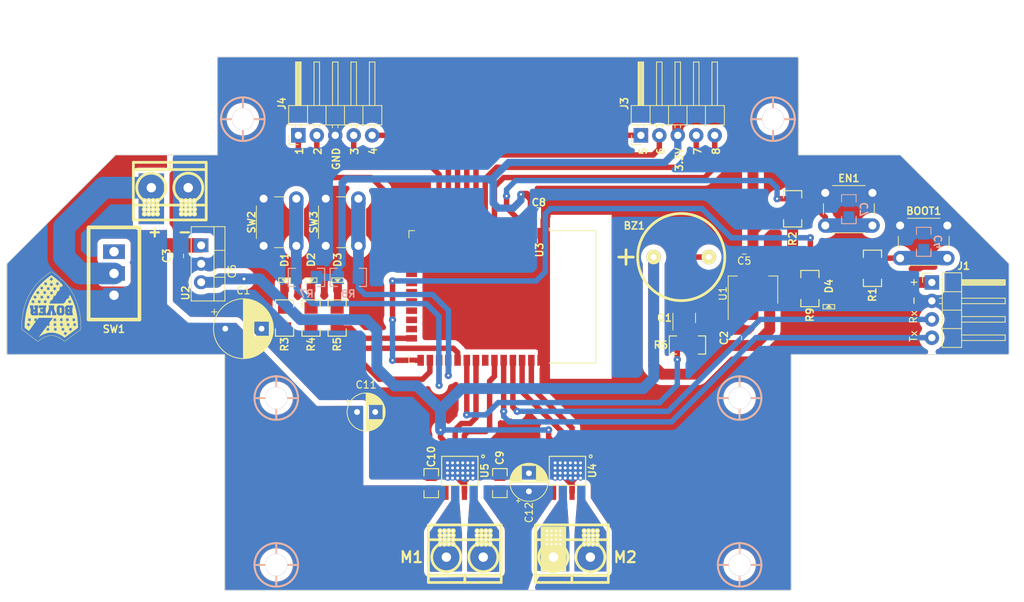
<source format=kicad_pcb>
(kicad_pcb (version 20221018) (generator pcbnew)
  (layers (0 "F.Cu" signal) (31 "B.Cu" signal) (34 "B.Paste" user) (35 "F.Paste" user) (36 "B.SilkS" user "B.Silkscreen") (37 "F.SilkS" user "F.Silkscreen") (38 "B.Mask" user) (39 "F.Mask" user) (44 "Edge.Cuts" user))
  (net 0 "")
  (net 1 "/VIN")
  (net 2 "GND")
  (net 3 "/Rx")
  (net 4 "/Tx")
  (net 5 "+3V3")
  (net 6 "/EN")
  (net 7 "/OUT_8")
  (net 8 "/OUT_7")
  (net 9 "/OUT_6")
  (net 10 "/OUT_5")
  (net 11 "/OUT_4")
  (net 12 "/OUT_3")
  (net 13 "/OUT_2")
  (net 14 "/OUT_1")
  (net 15 "+5V")
  (net 16 "/PUSH_1")
  (net 17 "/PUSH_2")
  (net 18 "/BUZZER")
  (net 19 "/M2A")
  (net 20 "/M2B")
  (net 21 "/M1A")
  (net 22 "/M1B")
  (net 23 "/LED_BUILTING")
  (net 24 "/BOOT")
  (net 25 "/LED_2")
  (net 26 "/LED_1")
  (net 27 "Net-(BZ1-+)")
  (net 28 "Net-(D1-A)")
  (net 29 "Net-(D2-A)")
  (net 30 "Net-(D3-A)")
  (net 31 "VCC")
  (net 32 "Net-(U5-OUT1)")
  (net 33 "Net-(U5-OUT2)")
  (net 34 "Net-(U4-OUT2)")
  (net 35 "Net-(U4-OUT1)")
  (net 48 "Net-(D4-A)")
  (footprint "EESTN5-v2:BORNERA2_AZUL_VIAS" (layer "F.Cu") (at 142.34 140.33)
    (fp_text reference "J6" hide)
    (fp_text value "M1")
  )
  (footprint "EESTN5-v2:SW_SPDT_TH_Vertical" (layer "F.Cu") (at 94.0425 101.239 180)
    (fp_text reference "SW1")
    (fp_text value "SW_SPST" hide)
  )
  (footprint "EESTN5-v2:Led_0805" (layer "F.Cu") (at 117.5225 102.16 -90)
    (fp_text reference "D1")
    (fp_text value "LED" hide)
  )
  (footprint "EESTN5-v2:hole_3mm" (layer "F.Cu") (at 116.3825 118.41 -90)
    (fp_text reference "H1" hide)
    (fp_text value "Mounting_Hole" hide)
  )
  (footprint "EESTN5-v2:Led_0805" (layer "F.Cu") (at 124.8225 102.16 -90)
    (fp_text reference "D3")
    (fp_text value "LED" hide)
  )
  (footprint "RF_Module:ESP32-WROOM-32D" (layer "F.Cu") (at 144.52375 104.455 -90)
    (fp_text reference "U3")
    (fp_text value "ESP32-WROOM-32")
  )
  (footprint "EESTN5-v2:Led_0805" (layer "F.Cu") (at 192.47 105.82602 90)
    (fp_text reference "D4")
    (fp_text value "LED" hide)
  )
  (footprint "EESTN5-v2:C_0805" (layer "F.Cu") (at 137.72 130.14 -90)
    (fp_text reference "C10")
    (fp_text value "100nF" hide)
  )
  (footprint "Capacitor_SMD:C_0805_2012Metric_Pad1.18x1.45mm_HandSolder" (layer "F.Cu") (at 108.6425 100.9475 90)
    (fp_text reference "C6")
    (fp_text value "1uF")
  )
  (footprint "Package_TO_SOT_SMD:SOT-223-3_TabPin2" (layer "F.Cu") (at 182.02 103.5 90)
    (fp_text reference "U1")
    (fp_text value "AMS1117-3.3")
  )
  (footprint "Capacitor_SMD:C_0805_2012Metric_Pad1.18x1.45mm_HandSolder" (layer "F.Cu") (at 152.54125 92.92625 180)
    (fp_text reference "C8")
    (fp_text value "1uF")
  )
  (footprint "Button_Switch_THT:SW_PUSH_6mm_H5mm" (layer "F.Cu") (at 191.9725 90.131)
    (fp_text reference "EN1")
    (fp_text value "SW_Push")
  )
  (footprint "Connector_PinHeader_2.54mm:PinHeader_1x05_P2.54mm_Horizontal" (layer "F.Cu") (at 166.58625 82.205 90)
    (fp_text reference "J3")
    (fp_text value "Conn_01x05_Pin")
  )
  (footprint "Button_Switch_THT:SW_PUSH_6mm_H5mm" (layer "F.Cu") (at 202.28125 94.631)
    (fp_text reference "BOOT1")
    (fp_text value "SW_Push")
  )
  (footprint "Button_Switch_THT:SW_PUSH_6mm_H5mm" (layer "F.Cu") (at 114.6425 97.43 90)
    (fp_text reference "SW2")
    (fp_text value "STRATEGY")
  )
  (footprint "EESTN5-v2:R_1206" (layer "F.Cu") (at 187.4825 92.33 90)
    (fp_text reference "R2")
    (fp_text value "10K" hide)
  )
  (footprint "Capacitor_THT:CP_Radial_D5.0mm_P2.50mm" (layer "F.Cu") (at 127.504888 120.33)
    (fp_text reference "C11")
    (fp_text value "100uF 35V")
  )
  (footprint "Capacitor_SMD:C_0805_2012Metric_Pad1.18x1.45mm_HandSolder" (layer "F.Cu") (at 102.88 98.815 -90)
    (fp_text reference "C3")
    (fp_text value "1uF")
  )
  (footprint "Connector_PinHeader_2.54mm:PinHeader_1x05_P2.54mm_Horizontal" (layer "F.Cu") (at 119.42125 82.205 90)
    (fp_text reference "J4")
    (fp_text value "Conn_01x05_Pin")
  )
  (footprint "EESTN5-v2:hole_3mm" (layer "F.Cu") (at 180.17885 118.41 -90)
    (fp_text reference "H2" hide)
    (fp_text value "Mounting_Hole" hide)
  )
  (footprint "EESTN5-v2:R_1206" (layer "F.Cu") (at 173 111.1 180)
    (fp_text reference "R6")
    (fp_text value "10K" hide)
  )
  (footprint "EESTN5-v2:BORNERA2_AZUL_VIAS" (layer "F.Cu") (at 101.72 89.42 180)
    (fp_text reference "J2" hide)
    (fp_text value "+  -")
  )
  (footprint "EESTN5-v2:R_1206" (layer "F.Cu") (at 198.4725 100.528 90)
    (fp_text reference "R1")
    (fp_text value "1OK" hide)
  )
  (footprint "EESTN5-v2:R_1206" (layer "F.Cu") (at 117.5225 107.381 -90)
    (fp_text reference "R3")
    (fp_text value "220" hide)
  )
  (footprint "EESTN5-v2:bover" (layer "F.Cu") (at 85.35 105.8 180)
    (fp_text reference "G***" hide)
    (fp_text value "LOGO" hide)
  )
  (footprint "EESTN5-v2:hole_3mm" (layer "F.Cu") (at 184.78125 79.98 -90)
    (fp_text reference "H5" hide)
    (fp_text value "Mounting_Hole" hide)
  )
  (footprint "EESTN5-v2:SSOP-8_disipa" (layer "F.Cu") (at 156.475 128.44 180)
    (fp_text reference "U4")
    (fp_text value "TB67H451AFNG" hide)
  )
  (footprint "Capacitor_SMD:C_0805_2012Metric_Pad1.18x1.45mm_HandSolder" (layer "F.Cu") (at 179.72 110.13 90)
    (fp_text reference "C2")
    (fp_text value "1uF")
  )
  (footprint "EESTN5-v2:BORNERA2_AZUL_VIAS" (layer "F.Cu") (at 157.083321 140.33)
    (fp_text reference "J5" hide)
    (fp_text value "M2")
  )
  (footprint "EESTN5-v2:hole_3mm" (layer "F.Cu") (at 116.3825 141.4 -90)
    (fp_text reference "H4" hide)
    (fp_text value "Mounting_Hole" hide)
  )
  (footprint "EESTN5-v2:hole_3mm" (layer "F.Cu") (at 180.17885 141.4 -90)
    (fp_text reference "H3" hide)
    (fp_text value "Mounting_Hole" hide)
  )
  (footprint "EESTN5-v2:Buzzer_12mm" (layer "F.Cu") (at 172.1425 98.98 180)
    (fp_text reference "BZ1")
    (fp_text value "Buzzer" hide)
  )
  (footprint "Package_TO_SOT_SMD:SOT-23" (layer "F.Cu") (at 172.553 107.36 90)
    (fp_text reference "Q1")
    (fp_text value "2N7002")
  )
  (footprint "Capacitor_THT:CP_Radial_D5.0mm_P2.50mm" (layer "F.Cu") (at 151.17 131.27 90)
    (fp_text reference "C12")
    (fp_text value "100uF 35V")
  )
  (footprint "Connector_PinHeader_2.54mm:PinHeader_1x04_P2.54mm_Horizontal" (layer "F.Cu") (at 206.65 102.48)
    (fp_text reference "J1")
    (fp_text value "FTDI")
  )
  (footprint "EESTN5-v2:C_0805" (layer "F.Cu") (at 147.17 130.13 -90)
    (fp_text reference "C9")
    (fp_text value "100nF" hide)
  )
  (footprint "EESTN5-v2:R_1206" (layer "F.Cu") (at 189.86 103.322 90)
    (fp_text reference "R9")
    (fp_text value "220" hide)
  )
  (footprint "EESTN5-v2:R_1206" (layer "F.Cu") (at 121.1725 107.381 -90)
    (fp_text reference "R4")
    (fp_text value "220" hide)
  )
  (footprint "Package_TO_SOT_THT:TO-220-3_Vertical" (layer "F.Cu") (at 106.0425 97.37 -90)
    (fp_text reference "U2")
    (fp_text value "LM7805_TO220")
  )
  (footprint "EESTN5-v2:Led_0805" (layer "F.Cu") (at 121.1725 102.16 -90)
    (fp_text reference "D2")
    (fp_text value "LED" hide)
  )
  (footprint "EESTN5-v2:SSOP-8_disipa" (layer "F.Cu") (at 141.655 128.44 180)
    (fp_text reference "U5")
    (fp_text value "TB67H451AFNG" hide)
  )
  (footprint "EESTN5-v2:R_1206" (layer "F.Cu") (at 124.7625 107.381 -90)
    (fp_text reference "R5")
    (fp_text value "220" hide)
  )
  (footprint "Capacitor_THT:CP_Radial_D8.0mm_P5.00mm" (layer "F.Cu") (at 109.36 108.85)
    (fp_text reference "C1")
    (fp_text value "100uF 35V")
  )
  (footprint "Button_Switch_THT:SW_PUSH_6mm_H5mm" (layer "F.Cu") (at 123.1925 97.43 90)
    (fp_text reference "SW3")
    (fp_text value "START")
  )
  (footprint "EESTN5-v2:hole_3mm" (layer "F.Cu") (at 111.78125 79.98 -90)
    (fp_text reference "H6" hide)
    (fp_text value "Mounting_Hole" hide)
  )
  (footprint "Capacitor_SMD:C_0805_2012Metric_Pad1.18x1.45mm_HandSolder" (layer "F.Cu") (at 180.8125 97.83 180)
    (fp_text reference "C5")
    (fp_text value "1uF")
  )
  (footprint "EESTN5-v2:C_0805" (layer "B.Cu") (at 195.2225 92.37525 90)
    (fp_text reference "C7")
    (fp_text value "1n" hide)
  )
  (footprint "EESTN5-v2:C_0805" (layer "B.Cu") (at 205.53125 96.87525 90)
    (fp_text reference "C4")
    (fp_text value "1n" hide)
  )
  (footprint "EESTN5-v2:R_1206" (layer "B.Cu") (at 126.2955 101.78 180)
    (fp_text reference "R8")
    (fp_text value "4K7" hide)
  )
  (footprint "EESTN5-v2:R_1206" (layer "B.Cu") (at 120.5395 101.78)
    (fp_text reference "R7")
    (fp_text value "4K7" hide)
  )
  (gr_line (start 187.28125 144.905) (end 187.28125 112.405) (stroke (width 0.1)) (layer "Edge.Cuts"))
  (gr_line (start 79.28125 99.905) (end 79.28125 112.405) (stroke (width 0.1)) (layer "Edge.Cuts"))
  (gr_line (start 217.28125 112.405) (end 217.28125 99.905) (stroke (width 0.1)) (layer "Edge.Cuts"))
  (gr_line (start 108.28125 71.405) (end 108.28125 84.905) (stroke (width 0.1)) (layer "Edge.Cuts"))
  (gr_line (start 187.28125 112.405) (end 217.28125 112.405) (stroke (width 0.1)) (layer "Edge.Cuts"))
  (gr_line (start 109.28125 112.405) (end 109.28125 144.905) (stroke (width 0.1)) (layer "Edge.Cuts"))
  (gr_line (start 94.28125 84.905) (end 79.28125 99.905) (stroke (width 0.1)) (layer "Edge.Cuts"))
  (gr_line (start 188.28125 84.905) (end 188.28125 71.405) (stroke (width 0.1)) (layer "Edge.Cuts"))
  (gr_line (start 202.28125 84.905) (end 188.28125 84.905) (stroke (width 0.1)) (layer "Edge.Cuts"))
  (gr_line (start 217.28125 99.905) (end 202.28125 84.905) (stroke (width 0.1)) (layer "Edge.Cuts"))
  (gr_line (start 188.28125 71.405) (end 108.28125 71.405) (stroke (width 0.1)) (layer "Edge.Cuts"))
  (gr_line (start 79.28125 112.405) (end 109.28125 112.405) (stroke (width 0.1)) (layer "Edge.Cuts"))
  (gr_line (start 109.28125 144.905) (end 187.28125 144.905) (stroke (width 0.1)) (layer "Edge.Cuts"))
  (gr_line (start 108.28125 84.905) (end 94.28125 84.905) (stroke (width 0.1)) (layer "Edge.Cuts"))
  (gr_text "8\n" (at 177.53 85 90) (layer "F.SilkS") (effects (font (size 1 1) (thickness 0.2) bold) (justify left bottom)))
  (gr_text "Rx\n" (at 204.7 108.2475 90) (layer "F.SilkS") (effects (font (size 1 1)) (justify left bottom)))
  (gr_text "Tx\n" (at 204.7 110.7875 90) (layer "F.SilkS") (effects (font (size 1 1)) (justify left bottom)))
  (gr_text "GND\n" (at 125.22 87.095238 90) (layer "F.SilkS") (effects (font (size 1 1) (thickness 0.2) bold) (justify left bottom)))
  (gr_text "2" (at 122.68 85 90) (layer "F.SilkS") (effects (font (size 1 1) (thickness 0.2) bold) (justify left bottom)))
  (gr_text "1" (at 120.14 85 90) (layer "F.SilkS") (effects (font (size 1 1) (thickness 0.2) bold) (justify left bottom)))
  (gr_text "3\n" (at 127.76 85 90) (layer "F.SilkS") (effects (font (size 1 1) (thickness 0.2) bold) (justify left bottom)))
  (gr_text "6\n" (at 169.91 85 90) (layer "F.SilkS") (effects (font (size 1 1) (thickness 0.2) bold) (justify left bottom)))
  (gr_text "4\n" (at 130.3 85 90) (layer "F.SilkS") (effects (font (size 1 1) (thickness 0.2) bold) (justify left bottom)))
  (gr_text "3.3V\n" (at 172.45 87.285714 90) (layer "F.SilkS") (effects (font (size 1 1) (thickness 0.2) bold) (justify left bottom)))
  (gr_text "+" (at 204.7 103.1675 90) (layer "F.SilkS") (effects (font (size 1 1)) (justify left bottom)))
  (gr_text "-\n" (at 204.7 105.7075 90) (layer "F.SilkS") (effects (font (size 1 1)) (justify left bottom)))
  (gr_text "7\n" (at 174.99 85 90) (layer "F.SilkS") (effects (font (size 1 1) (thickness 0.2) bold) (justify left bottom)))
  (gr_text "5\n" (at 167.4925 85 90) (layer "F.SilkS") (effects (font (size 1 1) (thickness 0.2) bold) (justify left bottom)))
  (segment (start 87.18 98.99) (end 87.18 94.834678) (width 3) (layer "B.Cu") (net 1))
  (segment (start 94.0425 101.239) (end 89.429 101.239) (width 3) (layer "B.Cu") (net 1))
  (segment (start 92.594678 89.42) (end 99.18 89.42) (width 3) (layer "B.Cu") (net 1))
  (segment (start 89.429 101.239) (end 87.18 98.99) (width 3) (layer "B.Cu") (net 1))
  (segment (start 87.18 94.834678) (end 92.594678 89.42) (width 3) (layer "B.Cu") (net 1))
  (segment (start 157.7525 127.34) (end 157.575 127.34) (width 0.75) (layer "F.Cu") (net 2))
  (segment (start 137.09625 98.745) (end 141.30625 102.955) (width 0.75) (layer "F.Cu") (net 2))
  (segment (start 158.38 126.7125) (end 157.7525 127.34) (width 0.75) (layer "F.Cu") (net 2))
  (segment (start 152.77375 105.4225) (end 150.30625 102.955) (width 0.75) (layer "F.Cu") (net 2))
  (segment (start 157.11 129.905) (end 157.575 129.44) (width 0.75) (layer "F.Cu") (net 2))
  (segment (start 152.77375 113.205) (end 152.77375 105.4225) (width 0.75) (layer "F.Cu") (net 2))
  (segment (start 158.38 125.44) (end 158.38 126.7125) (width 0.75) (layer "F.Cu") (net 2))
  (segment (start 157.11 131.44) (end 157.11 130.375) (width 0.75) (layer "F.Cu") (net 2))
  (segment (start 142.29 130.375) (end 141.355 129.44) (width 0.75) (layer "F.Cu") (net 2))
  (segment (start 142.29 131.44) (end 142.29 129.905) (width 0.75) (layer "F.Cu") (net 2))
  (segment (start 142.29 129.905) (end 142.755 129.44) (width 0.75) (layer "F.Cu") (net 2))
  (segment (start 152.77375 95.705) (end 152.77375 100.4125) (width 0.75) (layer "F.Cu") (net 2))
  (segment (start 150.23125 102.955) (end 145.05375 102.955) (width 0.75) (layer "F.Cu") (net 2))
  (segment (start 135.01375 98.745) (end 133.125 98.745) (width 0.75) (layer "F.Cu") (net 2))
  (segment (start 141.30625 102.955) (end 145.05375 102.955) (width 0.75) (layer "F.Cu") (net 2))
  (segment (start 135.01375 98.745) (end 137.09625 98.745) (width 0.75) (layer "F.Cu") (net 2))
  (segment (start 133.125 98.745) (end 132.7725 98.3925) (width 0.75) (layer "F.Cu") (net 2))
  (segment (start 157.11 130.375) (end 156.175 129.44) (width 0.75) (layer "F.Cu") (net 2))
  (segment (start 150.30625 102.955) (end 145.05375 102.955) (width 0.75) (layer "F.Cu") (net 2))
  (segment (start 152.77375 100.4125) (end 150.23125 102.955) (width 0.75) (layer "F.Cu") (net 2))
  (segment (start 157.11 131.44) (end 157.11 129.905) (width 0.75) (layer "F.Cu") (net 2))
  (segment (start 142.29 131.44) (end 142.29 130.375) (width 0.75) (layer "F.Cu") (net 2))
  (segment (start 198.4725 90.131) (end 191.9725 90.131) (width 2) (layer "B.Cu") (net 2))
  (segment (start 208.78125 94.631) (end 202.28125 94.631) (width 2) (layer "B.Cu") (net 2))
  (segment (start 148.96375 119.65825) (end 149.54 120.2345) (width 0.75) (layer "F.Cu") (net 3))
  (segment (start 148.96375 113.205) (end 148.96375 119.65825) (width 0.75) (layer "F.Cu") (net 3))
  (via (at 149.54 120.2345) (size 1) (drill 0.3) (layers "F.Cu" "B.Cu") (net 3))
  (segment (start 183.01 107.57) (end 206.64 107.57) (width 0.75) (layer "B.Cu") (net 3))
  (segment (start 206.64 107.57) (end 206.65 107.56) (width 0.75) (layer "B.Cu") (net 3))
  (segment (start 149.54 120.2345) (end 170.3455 120.2345) (width 0.75) (layer "B.Cu") (net 3))
  (segment (start 170.3455 120.2345) (end 183.01 107.57) (width 0.75) (layer "B.Cu") (net 3))
  (segment (start 147.69375 113.205) (end 147.69375 120.25) (width 0.75) (layer "F.Cu") (net 4))
  (via (at 147.69375 120.25) (size 1) (drill 0.3) (layers "F.Cu" "B.Cu") (net 4))
  (segment (start 182.4 110.09) (end 170.8 121.69) (width 0.75) (layer "B.Cu") (net 4))
  (segment (start 206.65 110.1) (end 206.64 110.09) (width 0.75) (layer "B.Cu") (net 4))
  (segment (start 206.64 110.09) (end 182.4 110.09) (width 0.75) (layer "B.Cu") (net 4))
  (segment (start 170.8 121.69) (end 148.45 121.69) (width 0.75) (layer "B.Cu") (net 4))
  (segment (start 147.69375 120.93375) (end 147.69375 120.25) (width 0.75) (layer "B.Cu") (net 4))
  (segment (start 148.45 121.69) (end 147.69375 120.93375) (width 0.75) (layer "B.Cu") (net 4))
  (segment (start 202.69 102.48) (end 206.65 102.48) (width 1.5) (layer "F.Cu") (net 5))
  (segment (start 188.4625 101.925) (end 189.86 101.925) (width 1.5) (layer "F.Cu") (net 5))
  (segment (start 182.02 100.35) (end 182.02 106.65) (width 1.5) (layer "F.Cu") (net 5))
  (segment (start 198.4725 101.925) (end 202.135 101.925) (width 1.5) (layer "F.Cu") (net 5))
  (segment (start 150.85 90.34) (end 151.50375 90.99375) (width 1) (layer "F.Cu") (net 5))
  (segment (start 182.02 81.14) (end 180.84 79.96) (width 1.5) (layer "F.Cu") (net 5))
  (segment (start 182.02 95.34) (end 183.633 93.727) (width 1.5) (layer "F.Cu") (net 5))
  (segment (start 151.50375 90.99375) (end 151.50375 95.705) (width 1) (layer "F.Cu") (net 5))
  (segment (start 171.66625 80.90375) (end 171.66625 82.205) (width 1.5) (layer "F.Cu") (net 5))
  (segment (start 202.135 101.925) (end 202.69 102.48) (width 1.5) (layer "F.Cu") (net 5))
  (segment (start 182.02 96.74) (end 182.02 95.34) (width 1.5) (layer "F.Cu") (net 5))
  (segment (start 180.84 79.96) (end 172.61 79.96) (width 1.5) (layer "F.Cu") (net 5))
  (segment (start 187.4825 100.945) (end 188.4625 101.925) (width 1.5) (layer "F.Cu") (net 5))
  (segment (start 187.4825 93.727) (end 187.4825 100.945) (width 1.5) (layer "F.Cu") (net 5))
  (segment (start 183.633 93.727) (end 187.4825 93.727) (width 1.5) (layer "F.Cu") (net 5))
  (segment (start 172.61 79.96) (end 171.66625 80.90375) (width 1.5) (layer "F.Cu") (net 5))
  (segment (start 182.02 100.35) (end 182.02 96.74) (width 1.5) (layer "F.Cu") (net 5))
  (segment (start 189.86 101.925) (end 198.4725 101.925) (width 1.5) (layer "F.Cu") (net 5))
  (segment (start 182.02 96.74) (end 182.02 81.14) (width 1.5) (layer "F.Cu") (net 5))
  (segment (start 150.07 90.34) (end 150.85 90.34) (width 1) (layer "F.Cu") (net 5))
  (via (at 150.07 90.34) (size 1) (drill 0.3) (layers "F.Cu" "B.Cu") (net 5))
  (segment (start 145.6875 88.21) (end 125.98 88.21) (width 1) (layer "B.Cu") (net 5))
  (segment (start 124.8985 100.454) (end 124.8985 101.78) (width 1) (layer "B.Cu") (net 5))
  (segment (start 146.95 92.23) (end 146.2425 91.5225) (width 1) (layer "B.Cu") (net 5))
  (segment (start 125.4425 88.7475) (end 125.4425 99.91) (width 1) (layer "B.Cu") (net 5))
  (segment (start 148.38 85.94) (end 169.88 85.94) (width 1) (layer "B.Cu") (net 5))
  (segment (start 171.66625 84.15375) (end 171.66625 82.205) (width 1) (layer "B.Cu") (net 5))
  (segment (start 150.07 90.34) (end 150.07 91.17) (width 1) (layer "B.Cu") (net 5))
  (segment (start 146.2425 91.5225) (end 146.2425 88.765) (width 1) (layer "B.Cu") (net 5))
  (segment (start 146.2425 88.765) (end 145.6875 88.21) (width 1) (layer "B.Cu") (net 5))
  (segment (start 169.88 85.94) (end 171.66625 84.15375) (width 1) (layer "B.Cu") (net 5))
  (segment (start 149.01 92.23) (end 146.95 92.23) (width 1) (layer "B.Cu") (net 5))
  (segment (start 146.2425 88.765) (end 146.2425 88.0775) (width 1) (layer "B.Cu") (net 5))
  (segment (start 150.07 91.17) (end 149.01 92.23) (width 1) (layer "B.Cu") (net 5))
  (segment (start 121.9365 101.78) (end 124.8985 101.78) (width 1) (layer "B.Cu") (net 5))
  (segment (start 125.98 88.21) (end 125.4425 88.7475) (width 1) (layer "B.Cu") (net 5))
  (segment (start 125.4425 99.91) (end 124.8985 100.454) (width 1) (layer "B.Cu") (net 5))
  (segment (start 146.2425 88.0775) (end 148.38 85.94) (width 1) (layer "B.Cu") (net 5))
  (segment (start 189.423 90.933) (end 191.9725 93.4825) (width 0.75) (layer "F.Cu") (net 6))
  (segment (start 191.9725 93.4825) (end 191.9725 94.631) (width 0.75) (layer "F.Cu") (net 6))
  (segment (start 150.23375 94.30375) (end 150.23375 95.705) (width 0.75) (layer "F.Cu") (net 6))
  (segment (start 185.34 90.94) (end 187.4755 90.94) (width 0.75) (layer "F.Cu") (net 6))
  (segment (start 148.09 90.57) (end 148.09 92.16) (width 0.75) (layer "F.Cu") (net 6))
  (segment (start 148.09 92.16) (end 150.23375 94.30375) (width 0.75) (layer "F.Cu") (net 6))
  (segment (start 187.4825 90.933) (end 189.423 90.933) (width 0.75) (layer "F.Cu") (net 6))
  (segment (start 187.4755 90.94) (end 187.4825 90.933) (width 0.75) (layer "F.Cu") (net 6))
  (via (at 148.09 90.57) (size 1) (drill 0.3) (layers "F.Cu" "B.Cu") (net 6))
  (via (at 185.34 90.94) (size 1) (drill 0.3) (layers "F.Cu" "B.Cu") (net 6))
  (segment (start 148.09 90.57) (end 148.09 89.68) (width 0.75) (layer "B.Cu") (net 6))
  (segment (start 198.4725 94.631) (end 191.9725 94.631) (width 2) (layer "B.Cu") (net 6))
  (segment (start 149.335 88.435) (end 184.3475 88.435) (width 0.75) (layer "B.Cu") (net 6))
  (segment (start 185.34 89.4275) (end 185.34 90.94) (width 0.75) (layer "B.Cu") (net 6))
  (segment (start 148.09 89.68) (end 149.335 88.435) (width 0.75) (layer "B.Cu") (net 6))
  (segment (start 184.3475 88.435) (end 185.34 89.4275) (width 0.75) (layer "B.Cu") (net 6))
  (segment (start 135.01375 100.015) (end 132.205 100.015) (width 0.75) (layer "F.Cu") (net 7))
  (segment (start 131.12 98.93) (end 131.12 89.6855) (width 0.75) (layer "F.Cu") (net 7))
  (segment (start 131.12 89.6855) (end 129.4545 88.02) (width 0.75) (layer "F.Cu") (net 7))
  (segment (start 121.6025 88.02) (end 119.42125 85.83875) (width 0.75) (layer "F.Cu") (net 7))
  (segment (start 119.42125 85.83875) (end 119.42125 82.205) (width 0.75) (layer "F.Cu") (net 7))
  (segment (start 132.205 100.015) (end 131.12 98.93) (width 0.75) (layer "F.Cu") (net 7))
  (segment (start 129.4545 88.02) (end 121.6025 88.02) (width 0.75) (layer "F.Cu") (net 7))
  (segment (start 123.5665 86.61) (end 121.96125 85.00475) (width 0.75) (layer "F.Cu") (net 8))
  (segment (start 121.96125 85.00475) (end 121.96125 82.205) (width 0.75) (layer "F.Cu") (net 8))
  (segment (start 137.804 86.61) (end 123.5665 86.61) (width 0.75) (layer "F.Cu") (net 8))
  (segment (start 138.80375 95.705) (end 138.80375 87.60975) (width 0.75) (layer "F.Cu") (net 8))
  (segment (start 138.80375 87.60975) (end 137.804 86.61) (width 0.75) (layer "F.Cu") (net 8))
  (segment (start 127.95475 84.91) (end 138.822 84.91) (width 0.75) (layer "F.Cu") (net 9))
  (segment (start 140.07375 86.16175) (end 140.07375 95.705) (width 0.75) (layer "F.Cu") (net 9))
  (segment (start 138.822 84.91) (end 140.07375 86.16175) (width 0.75) (layer "F.Cu") (net 9))
  (segment (start 127.04125 83.9965) (end 127.95475 84.91) (width 0.75) (layer "F.Cu") (net 9))
  (segment (start 127.04125 82.205) (end 127.04125 83.9965) (width 0.75) (layer "F.Cu") (net 9))
  (segment (start 141.34375 95.705) (end 141.34375 83.96375) (width 0.75) (layer "F.Cu") (net 10))
  (segment (start 141.34375 83.96375) (end 139.585 82.205) (width 0.75) (layer "F.Cu") (net 10))
  (segment (start 139.585 82.205) (end 129.58125 82.205) (width 0.75) (layer "F.Cu") (net 10))
  (segment (start 142.61375 95.705) (end 142.61375 84.03625) (width 0.75) (layer "F.Cu") (net 11))
  (segment (start 142.61375 84.03625) (end 144.445 82.205) (width 0.75) (layer "F.Cu") (net 11))
  (segment (start 144.445 82.205) (end 166.58625 82.205) (width 0.75) (layer "F.Cu") (net 11))
  (segment (start 143.88375 86.09625) (end 145.07 84.91) (width 0.75) (layer "F.Cu") (net 12))
  (segment (start 169.12625 84.0625) (end 169.12625 82.205) (width 0.75) (layer "F.Cu") (net 12))
  (segment (start 168.27875 84.91) (end 169.12625 84.0625) (width 0.75) (layer "F.Cu") (net 12))
  (segment (start 143.88375 95.705) (end 143.88375 86.09625) (width 0.75) (layer "F.Cu") (net 12))
  (segment (start 145.07 84.91) (end 168.27875 84.91) (width 0.75) (layer "F.Cu") (net 12))
  (segment (start 174.20625 82.205) (end 174.20625 85.2825) (width 0.75) (layer "F.Cu") (net 13))
  (segment (start 174.20625 85.2825) (end 172.87875 86.61) (width 0.75) (layer "F.Cu") (net 13))
  (segment (start 172.87875 86.61) (end 146.73 86.61) (width 0.75) (layer "F.Cu") (net 13))
  (segment (start 145.15375 88.18625) (end 145.15375 95.705) (width 0.75) (layer "F.Cu") (net 13))
  (segment (start 146.73 86.61) (end 145.15375 88.18625) (width 0.75) (layer "F.Cu") (net 13))
  (segment (start 176.74625 86.6425) (end 176.74625 82.205) (width 0.75) (layer "F.Cu") (net 14))
  (segment (start 146.42375 89.29625) (end 147.7 88.02) (width 0.75) (layer "F.Cu") (net 14))
  (segment (start 146.42375 95.705) (end 146.42375 89.29625) (width 0.75) (layer "F.Cu") (net 14))
  (segment (start 147.7 88.02) (end 175.36875 88.02) (width 0.75) (layer "F.Cu") (net 14))
  (segment (start 175.36875 88.02) (end 176.74625 86.6425) (width 0.75) (layer "F.Cu") (net 14))
  (segment (start 168.3425 113.9825) (end 169.48 115.12) (width 1.5) (layer "F.Cu") (net 15))
  (segment (start 106.0425 102.45) (end 108.1775 102.45) (width 1.5) (layer "F.Cu") (net 15))
  (segment (start 139.000002 123.820002) (end 139.000002 122.8) (width 0.75) (layer "F.Cu") (net 15))
  (segment (start 179.72 111.1675) (end 182.1825 111.1675) (width 1.5) (layer "F.Cu") (net 15))
  (segment (start 139.75 124.57) (end 139.000002 123.820002) (width 0.75) (layer "F.Cu") (net 15))
  (segment (start 139.75 125.44) (end 139.75 124.57) (width 0.75) (layer "F.Cu") (net 15))
  (segment (start 169.48 115.12) (end 174.44 115.12) (width 1.5) (layer "F.Cu") (net 15))
  (segment (start 153.88 123.83) (end 153.88 122.805) (width 0.75) (layer "F.Cu") (net 15))
  (segment (start 168.3425 98.98) (end 168.3425 113.9825) (width 1.5) (layer "F.Cu") (net 15))
  (segment (start 154.57 125.44) (end 154.57 124.52) (width 0.75) (layer "F.Cu") (net 15))
  (segment (start 182.1825 111.1675) (end 184.32 109.03) (width 1.5) (layer "F.Cu") (net 15))
  (segment (start 108.6425 101.985) (end 111.935 101.985) (width 1.5) (layer "F.Cu") (net 15))
  (segment (start 184.32 109.03) (end 184.32 106.65) (width 1.5) (layer "F.Cu") (net 15))
  (segment (start 108.1775 102.45) (end 108.6425 101.985) (width 1.5) (layer "F.Cu") (net 15))
  (segment (start 154.57 124.52) (end 153.88 123.83) (width 0.75) (layer "F.Cu") (net 15))
  (segment (start 111.935 101.985) (end 111.94 101.99) (width 1.5) (layer "F.Cu") (net 15))
  (segment (start 178.3925 111.1675) (end 179.72 111.1675) (width 1.5) (layer "F.Cu") (net 15))
  (segment (start 174.44 115.12) (end 178.3925 111.1675) (width 1.5) (layer "F.Cu") (net 15))
  (via (at 111.94 101.99) (size 1.5) (drill 0.4) (layers "F.Cu" "B.Cu") (net 15))
  (via (at 139.000002 122.8) (size 1) (drill 0.3) (layers "F.Cu" "B.Cu") (net 15))
  (via (at 153.88 122.805) (size 1) (drill 0.3) (layers "F.Cu" "B.Cu") (net 15))
  (segment (start 130.23 109.07) (end 130.23 114.28) (width 1.5) (layer "B.Cu") (net 15))
  (segment (start 135.77 116.73) (end 139.000002 119.960002) (width 1.5) (layer "B.Cu") (net 15))
  (segment (start 168.3425 115.6575) (end 168.3425 98.98) (width 1.5) (layer "B.Cu") (net 15))
  (segment (start 132.68 116.73) (end 135.77 116.73) (width 1.5) (layer "B.Cu") (net 15))
  (segment (start 108.6 101.99) (end 111.94 101.99) (width 1.5) (layer "B.Cu") (net 15))
  (segment (start 111.94 101.99) (end 114.1 101.99) (width 1.5) (layer "B.Cu") (net 15))
  (segment (start 139.000002 122.8) (end 139.000002 119.979998) (width 1.5) (layer "B.Cu") (net 15))
  (segment (start 119.71 107.6) (end 128.76 107.6) (width 1.5) (layer "B.Cu") (net 15))
  (segment (start 139.000002 119.979998) (end 141.88 117.1) (width 1.5) (layer "B.Cu") (net 15))
  (segment (start 141.88 117.1) (end 166.9 117.1) (width 1.5) (layer "B.Cu") (net 15))
  (segment (start 166.9 117.1) (end 168.3425 115.6575) (width 1.5) (layer "B.Cu") (net 15))
  (segment (start 130.23 114.28) (end 132.68 116.73) (width 1.5) (layer "B.Cu") (net 15))
  (segment (start 108.14 102.45) (end 108.6 101.99) (width 1.5) (layer "B.Cu") (net 15))
  (segment (start 153.88 122.805) (end 139.005002 122.805) (width 0.75) (layer "B.Cu") (net 15))
  (segment (start 106.0425 102.45) (end 108.14 102.45) (width 1.5) (layer "B.Cu") (net 15))
  (segment (start 139.005002 122.805) (end 139.000002 122.8) (width 0.75) (layer "B.Cu") (net 15))
  (segment (start 139.000002 119.960002) (end 139.000002 119.979998) (width 1.5) (layer "B.Cu") (net 15))
  (segment (start 128.76 107.6) (end 130.23 109.07) (width 1.5) (layer "B.Cu") (net 15))
  (segment (start 114.1 101.99) (end 119.71 107.6) (width 1.5) (layer "B.Cu") (net 15))
  (segment (start 138.80375 113.205) (end 138.80375 116.61625) (width 0.75) (layer "F.Cu") (net 16))
  (segment (start 138.80375 116.61625) (end 138.77 116.65) (width 0.75) (layer "F.Cu") (net 16))
  (via (at 138.80375 116.65) (size 1) (drill 0.3) (layers "F.Cu" "B.Cu") (net 16))
  (segment (start 119.1425 103.2225) (end 121.32 105.4) (width 0.75) (layer "B.Cu") (net 16))
  (segment (start 119.1425 101.78) (end 119.1425 97.43) (width 1.5) (layer "B.Cu") (net 16))
  (segment (start 119.1425 101.78) (end 119.1425 103.2225) (width 0.75) (layer "B.Cu") (net 16))
  (segment (start 138.77 107.13) (end 138.77 116.65) (width 0.75) (layer "B.Cu") (net 16))
  (segment (start 137.04 105.4) (end 138.77 107.13) (width 0.75) (layer "B.Cu") (net 16))
  (segment (start 119.1425 90.93) (end 119.1425 97.43) (width 2) (layer "B.Cu") (net 16))
  (segment (start 121.32 105.4) (end 137.04 105.4) (width 0.75) (layer "B.Cu") (net 16))
  (segment (start 140.07375 113.205) (end 140.07375 115.29) (width 0.75) (layer "F.Cu") (net 17))
  (via (at 140.07375 115.29) (size 1) (drill 0.3) (layers "F.Cu" "B.Cu") (net 17))
  (segment (start 140.1 115.26375) (end 140.07375 115.29) (width 0.75) (layer "B.Cu") (net 17))
  (segment (start 127.6925 101.78) (end 127.6925 103.2225) (width 0.75) (layer "B.Cu") (net 17))
  (segment (start 127.6925 101.78) (end 127.6925 97.43) (width 1.5) (layer "B.Cu") (net 17))
  (segment (start 127.6925 90.93) (end 127.6925 97.43) (width 2) (layer "B.Cu") (net 17))
  (segment (start 127.6925 103.2225) (end 128.61 104.14) (width 0.75) (layer "B.Cu") (net 17))
  (segment (start 137.91 104.14) (end 140.1 106.33) (width 0.75) (layer "B.Cu") (net 17))
  (segment (start 140.1 106.33) (end 140.1 115.26375) (width 0.75) (layer "B.Cu") (net 17))
  (segment (start 128.61 104.14) (end 137.91 104.14) (width 0.75) (layer "B.Cu") (net 17))
  (segment (start 142.59 120.72) (end 142.61375 120.69625) (width 0.75) (layer "F.Cu") (net 18))
  (segment (start 171.603 111.1) (end 171.603 108.2975) (width 0.75) (layer "F.Cu") (net 18))
  (segment (start 142.61375 120.69625) (end 142.61375 113.205) (width 0.75) (layer "F.Cu") (net 18))
  (segment (start 171.603 113.1) (end 171.603 111.1) (width 0.75) (layer "F.Cu") (net 18))
  (via (at 171.603 113.1) (size 1) (drill 0.3) (layers "F.Cu" "B.Cu") (net 18))
  (via (at 142.59 120.72) (size 1) (drill 0.3) (layers "F.Cu" "B.Cu") (net 18))
  (segment (start 169.16 119.04) (end 171.603 116.597) (width 0.75) (layer "B.Cu") (net 18))
  (segment (start 171.603 116.597) (end 171.603 113.1) (width 0.75) (layer "B.Cu") (net 18))
  (segment (start 142.59 120.72) (end 145.24 120.72) (width 0.75) (layer "B.Cu") (net 18))
  (segment (start 146.92 119.04) (end 169.16 119.04) (width 0.75) (layer "B.Cu") (net 18))
  (segment (start 145.24 120.72) (end 146.92 119.04) (width 0.75) (layer "B.Cu") (net 18))
  (segment (start 155.84 123.17) (end 155.84 125.44) (width 0.75) (layer "F.Cu") (net 19))
  (segment (start 150.23375 117.56375) (end 155.84 123.17) (width 0.75) (layer "F.Cu") (net 19))
  (segment (start 150.23375 113.205) (end 150.23375 117.56375) (width 0.75) (layer "F.Cu") (net 19))
  (segment (start 151.50375 116.91375) (end 157.11 122.52) (width 0.75) (layer "F.Cu") (net 20))
  (segment (start 157.11 122.52) (end 157.11 125.44) (width 0.75) (layer "F.Cu") (net 20))
  (segment (start 151.50375 113.205) (end 151.50375 116.91375) (width 0.75) (layer "F.Cu") (net 20))
  (segment (start 141.02 122.755) (end 141.02 125.44) (width 0.75) (layer "F.Cu") (net 21))
  (segment (start 141.855 121.92) (end 141.02 122.755) (width 0.75) (layer "F.Cu") (net 21))
  (segment (start 143.88375 121.11625) (end 143.08 121.92) (width 0.75) (layer "F.Cu") (net 21))
  (segment (start 143.08 121.92) (end 141.855 121.92) (width 0.75) (layer "F.Cu") (net 21))
  (segment (start 143.88375 113.205) (end 143.88375 121.11625) (width 0.75) (layer "F.Cu") (net 21))
  (segment (start 142.29 123.53) (end 142.29 125.44) (width 0.75) (layer "F.Cu") (net 22))
  (segment (start 145.23 123.03) (end 142.79 123.03) (width 0.75) (layer "F.Cu") (net 22))
  (segment (start 145.76 116.0725) (end 145.76 122.5) (width 0.75) (layer "F.Cu") (net 22))
  (segment (start 146.42375 115.40875) (end 145.76 116.0725) (width 0.75) (layer "F.Cu") (net 22))
  (segment (start 146.42375 113.205) (end 146.42375 115.40875) (width 0.75) (layer "F.Cu") (net 22))
  (segment (start 145.76 122.5) (end 145.23 123.03) (width 0.75) (layer "F.Cu") (net 22))
  (segment (start 142.79 123.03) (end 142.29 123.53) (width 0.75) (layer "F.Cu") (net 22))
  (segment (start 128.0275 110.175) (end 135.01375 110.175) (width 0.75) (layer "F.Cu") (net 23))
  (segment (start 126.6305 108.778) (end 128.0275 110.175) (width 0.75) (layer "F.Cu") (net 23))
  (segment (start 124.7625 108.778) (end 126.6305 108.778) (width 0.75) (layer "F.Cu") (net 23))
  (segment (start 132.39 107.64) (end 132.39 102.27) (width 0.75) (layer "F.Cu") (net 24))
  (segment (start 190.931 99.131) (end 198.4725 99.131) (width 0.75) (layer "F.Cu") (net 24))
  (segment (start 189.92 96.32) (end 189.92 98.12) (width 0.75) (layer "F.Cu") (net 24))
  (segment (start 136.26375 113.205) (end 132.39 113.205) (width 0.75) (layer "F.Cu") (net 24))
  (segment (start 198.4725 99.131) (end 202.28125 99.131) (width 0.75) (layer "F.Cu") (net 24))
  (segment (start 189.92 98.12) (end 190.931 99.131) (width 0.75) (layer "F.Cu") (net 24))
  (via (at 132.39 107.64) (size 1) (drill 0.3) (layers "F.Cu" "B.Cu") (net 24))
  (via (at 132.39 113.205) (size 1) (drill 0.3) (layers "F.Cu" "B.Cu") (net 24))
  (via (at 189.92 96.32) (size 1) (drill 0.3) (layers "F.Cu" "B.Cu") (net 24))
  (via (at 132.39 102.27) (size 1) (drill 0.3) (layers "F.Cu" "B.Cu") (net 24))
  (segment (start 132.39 113.205) (end 132.39 107.64) (width 0.75) (layer "B.Cu") (net 24))
  (segment (start 175.0125 92.3) (end 154.14 92.3) (width 0.75) (layer "B.Cu") (net 24))
  (segment (start 152.17 102.27) (end 132.39 102.27) (width 0.75) (layer "B.Cu") (net 24))
  (segment (start 179.0325 96.32) (end 175.0125 92.3) (width 0.75) (layer "B.Cu") (net 24))
  (segment (start 153.42 93.02) (end 153.42 101.02) (width 0.75) (layer "B.Cu") (net 24))
  (segment (start 153.42 101.02) (end 152.17 102.27) (width 0.75) (layer "B.Cu") (net 24))
  (segment (start 208.78125 99.131) (end 202.28125 99.131) (width 2) (layer "B.Cu") (net 24))
  (segment (start 189.92 96.32) (end 179.0325 96.32) (width 0.75) (layer "B.Cu") (net 24))
  (segment (start 154.14 92.3) (end 153.42 93.02) (width 0.75) (layer "B.Cu") (net 24))
  (segment (start 123.13 113.49) (end 120.18 110.54) (width 0.75) (layer "F.Cu") (net 25))
  (segment (start 117.5225 109.7575) (end 117.5225 108.778) (width 0.75) (layer "F.Cu") (net 25))
  (segment (start 137.53375 114.80625) (end 136.53 115.81) (width 0.75) (layer "F.Cu") (net 25))
  (segment (start 130.5425 115.81) (end 128.2225 113.49) (width 0.75) (layer "F.Cu") (net 25))
  (segment (start 136.53 115.81) (end 130.5425 115.81) (width 0.75) (layer "F.Cu") (net 25))
  (segment (start 120.18 110.54) (end 118.305 110.54) (width 0.75) (layer "F.Cu") (net 25))
  (segment (start 128.2225 113.49) (end 123.13 113.49) (width 0.75) (layer "F.Cu") (net 25))
  (segment (start 137.53375 113.205) (end 137.53375 114.80625) (width 0.75) (layer "F.Cu") (net 25))
  (segment (start 118.305 110.54) (end 117.5225 109.7575) (width 0.75) (layer "F.Cu") (net 25))
  (segment (start 126.3901 111.5501) (end 125.655 110.815) (width 0.75) (layer "F.Cu") (net 26))
  (segment (start 122.18 110.815) (end 121.1725 109.8075) (width 0.75) (layer "F.Cu") (net 26))
  (segment (start 121.1725 109.8075) (end 121.1725 108.778) (width 0.75) (layer "F.Cu") (net 26))
  (segment (start 141.34375 113.205) (end 141.34375 112.125) (width 0.75) (layer "F.Cu") (net 26))
  (segment (start 140.76885 111.5501) (end 126.3901 111.5501) (width 0.75) (layer "F.Cu") (net 26))
  (segment (start 125.655 110.815) (end 122.18 110.815) (width 0.75) (layer "F.Cu") (net 26))
  (segment (start 141.34375 112.125) (end 140.76885 111.5501) (width 0.75) (layer "F.Cu") (net 26))
  (segment (start 172.553 100.507) (end 174.08 98.98) (width 0.75) (layer "F.Cu") (net 27))
  (segment (start 174.08 98.98) (end 175.9425 98.98) (width 0.75) (layer "F.Cu") (net 27))
  (segment (start 172.553 106.4225) (end 172.553 100.507) (width 0.75) (layer "F.Cu") (net 27))
  (segment (start 117.5225 103.20902) (end 117.5225 105.984) (width 1) (layer "F.Cu") (net 28))
  (segment (start 121.1725 103.20902) (end 121.1725 105.984) (width 1) (layer "F.Cu") (net 29))
  (segment (start 124.8225 103.20902) (end 124.8225 106.013) (width 1) (layer "F.Cu") (net 30))
  (segment (start 124.8225 106.013) (end 124.7625 106.073) (width 1) (layer "F.Cu") (net 30))
  (segment (start 99.4325 98.17) (end 100.2325 97.37) (width 2) (layer "F.Cu") (net 31))
  (segment (start 96.911 104.239) (end 99.4325 101.7175) (width 2) (layer "F.Cu") (net 31))
  (segment (start 100.2325 97.37) (end 106.0425 97.37) (width 2) (layer "F.Cu") (net 31))
  (segment (start 99.4325 101.7175) (end 99.4325 98.17) (width 2) (layer "F.Cu") (net 31))
  (segment (start 94.0425 104.239) (end 96.911 104.239) (width 2) (layer "F.Cu") (net 31))
  (segment (start 192.412 104.719) (end 192.47 104.777) (width 1.5) (layer "F.Cu") (net 48))
  (segment (start 189.86 104.719) (end 192.412 104.719) (width 1.5) (layer "F.Cu") (net 48))
  (zone (net 32) (net_name "Net-(U5-OUT1)") (layers "F&B.Cu") (priority 3) (connect_pads yes (clearance 0.25)) (min_thickness 0.25) (fill yes (thermal_gap 0.25) (thermal_bridge_width 0.25))
    (polygon (pts (xy 141.57 130.44) (xy 141.58125 132.41125) (xy 141.96125 137.27125) (xy 141.96125 142.31125) (xy 137.52125 142.35125) (xy 137.52 136.87) (xy 140.47 132.5) (xy 140.46125 130.45125)))
  )
  (zone (net 31) (net_name "VCC") (layers "F&B.Cu") (priority 2) (connect_pads yes (clearance 0.8)) (min_thickness 0.25) (fill yes (thermal_gap 0.25) (thermal_bridge_width 0.25))
    (polygon (pts (xy 101.3425 83.48) (xy 93.3425 83.48) (xy 78.3425 98.48) (xy 78.3425 115.48) (xy 107.3425 115.48) (xy 107.3425 146.48) (xy 150.48 146.51) (xy 155.8925 130.44) (xy 128.3625 130.44) (xy 128.3425 119.48) (xy 121.9825 119.51) (xy 110.8725 108.05) (xy 104.2325 108.02) (xy 101.3425 105.48)))
  )
  (zone (net 2) (net_name "GND") (layers "F&B.Cu") (priority 1) (connect_pads yes (clearance 0.75)) (min_thickness 0.75) (fill yes (thermal_gap 0.75) (thermal_bridge_width 0.75))
    (polygon (pts (xy 101.3425 99.48) (xy 101.3425 83.48) (xy 107.3425 83.48) (xy 107.3425 70.48) (xy 183.3425 70.48) (xy 189.2825 70.52) (xy 189.3325 83.46) (xy 203.3425 83.48) (xy 219.3425 99.48) (xy 219.3425 116.48) (xy 189.3425 116.48) (xy 189.3425 146.48) (xy 107.3425 146.48) (xy 107.3725 115.49) (xy 101.3725 115.49)))
  )
  (zone (net 33) (net_name "Net-(U5-OUT2)") (layers "F&B.Cu") (priority 3) (connect_pads yes (clearance 0.25)) (min_thickness 0.25) (fill yes (thermal_gap 0.25) (thermal_bridge_width 0.25))
    (polygon (pts (xy 143 130.45) (xy 143.01 132.43) (xy 142.653321 137.29125) (xy 142.653321 142.33125) (xy 147.063321 142.38125) (xy 147.06 136.68) (xy 144.12 132.48) (xy 144.12 130.45)))
  )
  (zone (net 35) (net_name "Net-(U4-OUT1)") (layers "F&B.Cu") (priority 3) (connect_pads yes (clearance 0.25)) (min_thickness 0.25) (fill yes (thermal_gap 0.25) (thermal_bridge_width 0.25))
    (polygon (pts (xy 156.408821 130.40875) (xy 156.4 132.38) (xy 156.75 137.26) (xy 156.75 142.3) (xy 152.33 142.24) (xy 152.3325 136.78) (xy 155.288821 132.44875) (xy 155.288821 130.41875)))
  )
  (zone (net 34) (net_name "Net-(U4-OUT2)") (layers "F&B.Cu") (priority 3) (connect_pads yes (clearance 0.25)) (min_thickness 0.25) (fill yes (thermal_gap 0.25) (thermal_bridge_width 0.25))
    (polygon (pts (xy 157.82 130.4) (xy 157.82325 132.38125) (xy 157.43325 137.27125) (xy 157.43325 142.31125) (xy 161.84325 142.32125) (xy 161.8425 136.82) (xy 158.94 132.44) (xy 158.94 130.41125)))
  )
  (zone (net 0) (net_name "") (layer "B.Cu") (connect_pads yes (clearance 0)) (min_thickness 0.75)
    (keepout (tracks not_allowed) (vias not_allowed) (pads not_allowed) (copperpour not_allowed) (footprints allowed))
    (fill (thermal_gap 0.75) (thermal_bridge_width 0.75))
    (polygon (pts (xy 100.9525 87.26) (xy 102.1525 87.24) (xy 102.1525 95.25) (xy 100.9425 95.25)))
  )
)
</source>
